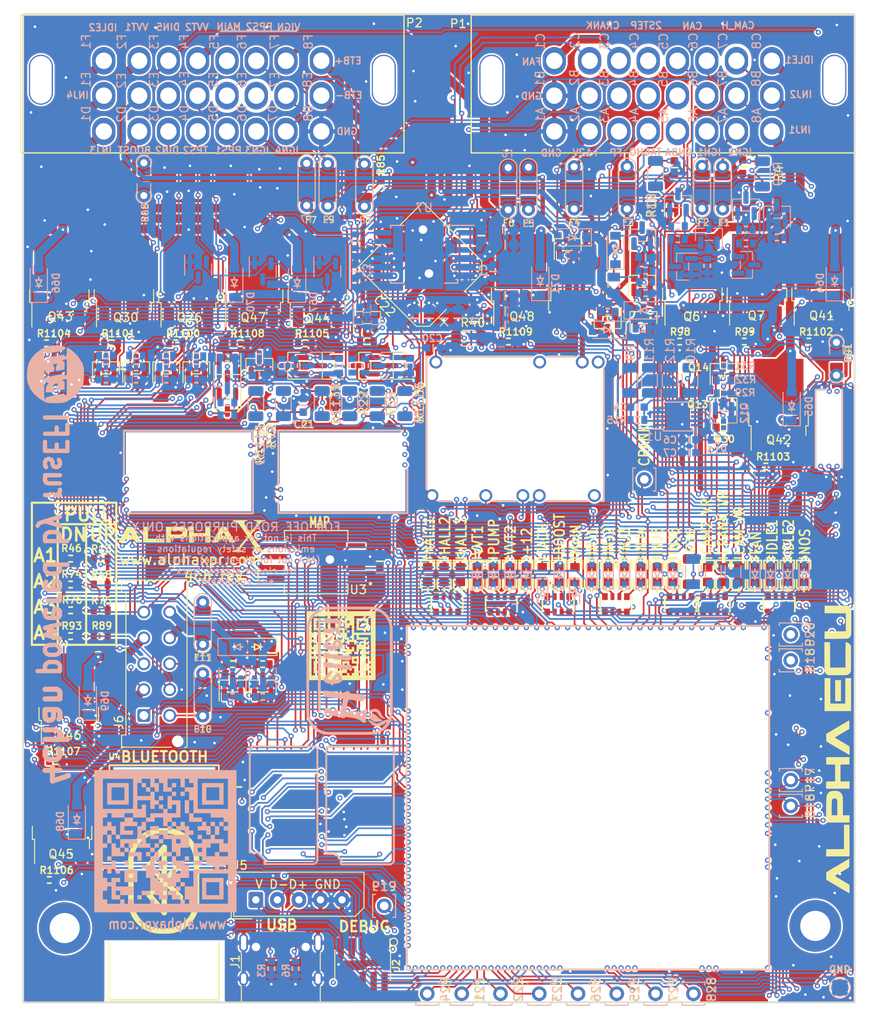
<source format=kicad_pcb>
(kicad_pcb (version 20221018) (generator pcbnew)

  (general
    (thickness 1.6)
  )

  (paper "A")
  (title_block
    (title "alpha4ch")
    (date "2023-03-19")
    (rev "i")
  )

  (layers
    (0 "F.Cu" signal)
    (1 "In1.Cu" signal)
    (2 "In2.Cu" signal)
    (31 "B.Cu" signal)
    (32 "B.Adhes" user "B.Adhesive")
    (33 "F.Adhes" user "F.Adhesive")
    (34 "B.Paste" user)
    (35 "F.Paste" user)
    (36 "B.SilkS" user "B.Silkscreen")
    (37 "F.SilkS" user "F.Silkscreen")
    (38 "B.Mask" user)
    (39 "F.Mask" user)
    (40 "Dwgs.User" user "User.Drawings")
    (41 "Cmts.User" user "User.Comments")
    (42 "Eco1.User" user "User.Eco1")
    (43 "Eco2.User" user "User.Eco2")
    (44 "Edge.Cuts" user)
    (45 "Margin" user)
    (46 "B.CrtYd" user "B.Courtyard")
    (47 "F.CrtYd" user "F.Courtyard")
    (48 "B.Fab" user)
    (49 "F.Fab" user)
  )

  (setup
    (stackup
      (layer "F.SilkS" (type "Top Silk Screen"))
      (layer "F.Paste" (type "Top Solder Paste"))
      (layer "F.Mask" (type "Top Solder Mask") (color "Green") (thickness 0.01))
      (layer "F.Cu" (type "copper") (thickness 0.035))
      (layer "dielectric 1" (type "core") (thickness 0.35) (material "FR4") (epsilon_r 4.5) (loss_tangent 0.02))
      (layer "In1.Cu" (type "copper") (thickness 0.018))
      (layer "dielectric 2" (type "prepreg") (thickness 0.774) (material "FR4") (epsilon_r 4.5) (loss_tangent 0.02))
      (layer "In2.Cu" (type "copper") (thickness 0.018))
      (layer "dielectric 3" (type "core") (thickness 0.35) (material "FR4") (epsilon_r 4.5) (loss_tangent 0.02))
      (layer "B.Cu" (type "copper") (thickness 0.035))
      (layer "B.Mask" (type "Bottom Solder Mask") (color "Green") (thickness 0.01))
      (layer "B.Paste" (type "Bottom Solder Paste"))
      (layer "B.SilkS" (type "Bottom Silk Screen"))
      (copper_finish "None")
      (dielectric_constraints no)
    )
    (pad_to_mask_clearance 0)
    (aux_axis_origin 21.1 170.7)
    (pcbplotparams
      (layerselection 0x00310fc_ffffffff)
      (plot_on_all_layers_selection 0x0000000_00000000)
      (disableapertmacros true)
      (usegerberextensions true)
      (usegerberattributes false)
      (usegerberadvancedattributes true)
      (creategerberjobfile false)
      (dashed_line_dash_ratio 12.000000)
      (dashed_line_gap_ratio 3.000000)
      (svgprecision 6)
      (plotframeref false)
      (viasonmask false)
      (mode 1)
      (useauxorigin true)
      (hpglpennumber 1)
      (hpglpenspeed 20)
      (hpglpendiameter 15.000000)
      (dxfpolygonmode true)
      (dxfimperialunits true)
      (dxfusepcbnewfont true)
      (psnegative false)
      (psa4output false)
      (plotreference true)
      (plotvalue false)
      (plotinvisibletext false)
      (sketchpadsonfab false)
      (subtractmaskfromsilk false)
      (outputformat 1)
      (mirror false)
      (drillshape 0)
      (scaleselection 1)
      (outputdirectory "gerber/")
    )
  )

  (net 0 "")
  (net 1 "GND")
  (net 2 "/IN_CRANK")
  (net 3 "+12V")
  (net 4 "Net-(Q21-S)")
  (net 5 "/HALL_OPT_PU/+12V_LIM")
  (net 6 "+3.3VA")
  (net 7 "Net-(D1-A)")
  (net 8 "Net-(D1-K)")
  (net 9 "Net-(D2-K)")
  (net 10 "Net-(D3-K)")
  (net 11 "+5VA")
  (net 12 "/OUT_IDLE2")
  (net 13 "Net-(D13-A)")
  (net 14 "/INJ1")
  (net 15 "/INJ2")
  (net 16 "+5V")
  (net 17 "/VIGN")
  (net 18 "/OUT_IGN1")
  (net 19 "/OUT_IGN2")
  (net 20 "/OUT_INJ2")
  (net 21 "/OUT_INJ1")
  (net 22 "/OUT_NOS")
  (net 23 "/OUT_IDLE1")
  (net 24 "/IN_CLT")
  (net 25 "/IN_IAT")
  (net 26 "/OUT_FAN_RELAY")
  (net 27 "/OUT_TACH")
  (net 28 "/CRANK_N_PULLUP")
  (net 29 "Net-(D14-A)")
  (net 30 "Net-(D15-A)")
  (net 31 "Net-(D16-A)")
  (net 32 "/A7")
  (net 33 "+12V_RAW")
  (net 34 "/A6")
  (net 35 "/CAN-")
  (net 36 "/CAN+")
  (net 37 "/OUT_PUMP_RELAY")
  (net 38 "/A4")
  (net 39 "/A3")
  (net 40 "/A2")
  (net 41 "Net-(D10-A)")
  (net 42 "/OUT_IGN3")
  (net 43 "Net-(D17-A)")
  (net 44 "/IN_CRANK-")
  (net 45 "/IN_CRANK+")
  (net 46 "Net-(D20-K)")
  (net 47 "unconnected-(D25-Pad2)")
  (net 48 "Net-(D26-A)")
  (net 49 "Net-(D26-K)")
  (net 50 "/OUT_IGN4")
  (net 51 "unconnected-(D28-Pad2)")
  (net 52 "unconnected-(D29-Pad3)")
  (net 53 "Net-(D33-A)")
  (net 54 "Net-(D34-A)")
  (net 55 "GNDA")
  (net 56 "Net-(D35-A)")
  (net 57 "Net-(D36-A)")
  (net 58 "Net-(D37-K)")
  (net 59 "/IN_AFR")
  (net 60 "/IN_CAM_VR")
  (net 61 "Net-(D38-A)")
  (net 62 "Net-(D38-K)")
  (net 63 "Net-(D39-A)")
  (net 64 "/HALL3")
  (net 65 "Net-(D40-A)")
  (net 66 "/OUT_BOOST")
  (net 67 "Net-(D41-K)")
  (net 68 "/OUT_VVT1")
  (net 69 "Net-(D42-K)")
  (net 70 "/OUT_VVT2")
  (net 71 "/OUT_HS1")
  (net 72 "/IN_KNOCK")
  (net 73 "/OUT_HS2")
  (net 74 "/OUT_INJ5")
  (net 75 "/OUT_INJ6")
  (net 76 "/IN_MAP2")
  (net 77 "/OUT_INJ4")
  (net 78 "/MCU/VBUS")
  (net 79 "Net-(J1-CC1)")
  (net 80 "/OUT_MAIN")
  (net 81 "/MCU/USB+")
  (net 82 "/TACH_PULLUP")
  (net 83 "/MCU/USB-")
  (net 84 "/F5")
  (net 85 "/CRANK_P_PULLUP")
  (net 86 "/D7")
  (net 87 "/FAN_RELAY")
  (net 88 "/PUMP_RELAY")
  (net 89 "/TACH")
  (net 90 "/D6")
  (net 91 "/IN_VIGN")
  (net 92 "/THRESHOLD_VR_CM")
  (net 93 "/HALL1")
  (net 94 "/VR_ANALOG_CM")
  (net 95 "/IN_CAM_VR-")
  (net 96 "/IN_CAM_VR+")
  (net 97 "unconnected-(J1-SBU1-PadA8)")
  (net 98 "Net-(J1-CC2)")
  (net 99 "unconnected-(J1-SBU2-PadB8)")
  (net 100 "/HALL2")
  (net 101 "/TLS115_PG")
  (net 102 "/MCU/NRESET")
  (net 103 "unconnected-(J2-Pin_8-Pad8)")
  (net 104 "unconnected-(J2-Pin_7-Pad7)")
  (net 105 "Net-(D24-K)")
  (net 106 "/OUT_INJ3")
  (net 107 "Net-(D53-K)")
  (net 108 "unconnected-(R26-Pad5)")
  (net 109 "unconnected-(R26-Pad6)")
  (net 110 "unconnected-(U7-SO-Pad3)")
  (net 111 "Net-(R22-Pad1)")
  (net 112 "/MCU/SWO")
  (net 113 "/MCU/SWCLK")
  (net 114 "Net-(R35-Pad1)")
  (net 115 "unconnected-(U3-Pad1)")
  (net 116 "/MCU/SWDIO")
  (net 117 "+3.3V")
  (net 118 "/TEMP_PULLUP")
  (net 119 "/AIN1")
  (net 120 "/AIN2")
  (net 121 "/AIN3")
  (net 122 "/OUT_IGN5")
  (net 123 "/AIN4")
  (net 124 "/OUT_IGN6")
  (net 125 "/PWR_EN")
  (net 126 "unconnected-(J7-Pin_1-Pad1)")
  (net 127 "unconnected-(J8-Pin_1-Pad1)")
  (net 128 "unconnected-(M1-VBAT-PadE1)")
  (net 129 "/MCU_BOOST")
  (net 130 "+5VAS")
  (net 131 "/MCU_IDLE2")
  (net 132 "/IN_D2")
  (net 133 "/IN_D3")
  (net 134 "/IN_D4")
  (net 135 "/IN_D5")
  (net 136 "/IN_TPS1")
  (net 137 "/IN_TPS2")
  (net 138 "/IN_PPS2")
  (net 139 "/IN_FLEX")
  (net 140 "/IN_PPS1")
  (net 141 "/NOS")
  (net 142 "/MAIN")
  (net 143 "/CAM_VR_PULLUP")
  (net 144 "/ETB_PWM")
  (net 145 "/BOOST")
  (net 146 "/IDLE2")
  (net 147 "/THRESHOLD_VR_CR")
  (net 148 "/VVT1")
  (net 149 "/IDLE1")
  (net 150 "/VVT2")
  (net 151 "/INJ3")
  (net 152 "/INJ4")
  (net 153 "/D2_PULLDOWN")
  (net 154 "/D3_PULLDOWN")
  (net 155 "/D4_PULLDOWN")
  (net 156 "/D5_PULLDOWN")
  (net 157 "/ETB_DIR")
  (net 158 "/ETB_DIS")
  (net 159 "/VR_ANALOG_CR")
  (net 160 "/F3")
  (net 161 "/MCU_IDLE1")
  (net 162 "/MCU_FAN_RELAY")
  (net 163 "/MCU_INJ4")
  (net 164 "/MCU_INJ3")
  (net 165 "/MCU_INJ2")
  (net 166 "/MCU_INJ1")
  (net 167 "unconnected-(R49-Pad5)")
  (net 168 "/OUT_ETB+")
  (net 169 "/OUT_ETB-")
  (net 170 "Net-(R72-Pad1)")
  (net 171 "unconnected-(R49-Pad4)")
  (net 172 "/IN_KNOCK_RAW")
  (net 173 "unconnected-(U3-Pad5)")
  (net 174 "unconnected-(U3-Pad6)")
  (net 175 "unconnected-(U3-Pad7)")
  (net 176 "unconnected-(U3-Pad8)")
  (net 177 "unconnected-(M6-OUT_IGN8-PadS1)")
  (net 178 "unconnected-(M6-OUT_IGN7-PadS2)")
  (net 179 "unconnected-(M6-OUT_IGN6-PadS3)")
  (net 180 "unconnected-(M6-OUT_IGN5-PadS4)")
  (net 181 "unconnected-(M6-OUT_IGN4-PadS5)")
  (net 182 "unconnected-(M6-OUT_IGN3-PadS6)")
  (net 183 "/INJ6")
  (net 184 "/INJ5")
  (net 185 "/MCU_INJ6")
  (net 186 "/MCU_INJ5")
  (net 187 "unconnected-(M4-SPI2_MISO-PadE2)")
  (net 188 "unconnected-(M4-SPI2_MOSI-PadE3)")
  (net 189 "Net-(M4-OUT_IO3)")
  (net 190 "unconnected-(M4-IO6-PadE35)")
  (net 191 "/HS/IN1")
  (net 192 "/HS/IN2")
  (net 193 "unconnected-(M4-USBID-PadN1)")
  (net 194 "unconnected-(M4-BOOT0-PadN5)")
  (net 195 "Net-(M4-SPI3_CS)")
  (net 196 "Net-(M4-SPI3_SCK)")
  (net 197 "Net-(M4-SPI3_MISO)")
  (net 198 "Net-(M4-SPI3_MOSI)")
  (net 199 "Net-(M4-I2C_SCL)")
  (net 200 "Net-(M4-I2C_SDA)")
  (net 201 "unconnected-(M4-IO5-PadN23)")
  (net 202 "/MCU/UART_TX")
  (net 203 "/MCU/UART_RX")
  (net 204 "Net-(M4-UART8_RX)")
  (net 205 "Net-(M4-UART8_TX)")
  (net 206 "unconnected-(M4-VBAT-PadN27)")
  (net 207 "unconnected-(M4-V5A_SWITCHABLE-PadN30)")
  (net 208 "unconnected-(M4-V33-PadN32)")
  (net 209 "/IN_MAP")
  (net 210 "unconnected-(M4-VREF2-PadS5)")
  (net 211 "unconnected-(M4-IN_O2S-PadS16)")
  (net 212 "/VREF")
  (net 213 "Net-(M4-IN_AT1)")
  (net 214 "Net-(Q1-D)")
  (net 215 "Net-(Q2-G)")
  (net 216 "Net-(Q3-D)")
  (net 217 "Net-(U1-IN-)")
  (net 218 "Net-(Q8-D)")
  (net 219 "Net-(Q9-D)")
  (net 220 "Net-(Q12-D)")
  (net 221 "Net-(Q13-D)")
  (net 222 "Net-(Q14-D)")
  (net 223 "Net-(U1-IN+)")
  (net 224 "Net-(Q16-G)")
  (net 225 "Net-(Q20-D)")
  (net 226 "Net-(Q21-G)")
  (net 227 "Net-(Q22-D)")
  (net 228 "Net-(Q23-D)")
  (net 229 "Net-(Q35-S)")
  (net 230 "Net-(Q35-G)")
  (net 231 "Net-(Q49-G)")
  (net 232 "Net-(Q49-S)")
  (net 233 "Net-(Q51-D)")
  (net 234 "Net-(Q52-G)")
  (net 235 "Net-(Q52-S)")
  (net 236 "Net-(D18-COM)")
  (net 237 "Net-(R1126-Pad1)")
  (net 238 "Net-(R1135-Pad1)")
  (net 239 "Net-(R1139-Pad1)")
  (net 240 "unconnected-(U4-IO2-Pad6)")
  (net 241 "unconnected-(U4-IO1-Pad5)")
  (net 242 "Net-(J6-Pin_6)")
  (net 243 "Net-(J6-Pin_8)")
  (net 244 "+12V_ETB")
  (net 245 "Net-(M4-IN_AT2)")
  (net 246 "unconnected-(M4-V33_REF-PadW3)")
  (net 247 "Net-(D19-COM)")
  (net 248 "Net-(D23-COM)")
  (net 249 "Net-(D55-COM)")
  (net 250 "Net-(D58-COM)")
  (net 251 "unconnected-(M4-SPI2_SCK{slash}CAN2_TX-PadE1)")
  (net 252 "unconnected-(M4-SPI2_CS{slash}CAN2_RX-PadE4)")
  (net 253 "/2STEP_PULLUP")
  (net 254 "/CAM_PULLUP")
  (net 255 "Net-(Q18-G)")
  (net 256 "Net-(Q18-S)")
  (net 257 "Net-(Q25-G)")
  (net 258 "Net-(Q25-S)")
  (net 259 "Net-(Q29-D)")
  (net 260 "Net-(Q31-D)")
  (net 261 "Net-(R19-Pad2)")
  (net 262 "Net-(R11-Pad2)")
  (net 263 "Net-(R10-Pad1)")
  (net 264 "Net-(R18-Pad1)")
  (net 265 "unconnected-(U1-NC-Pad3)")
  (net 266 "unconnected-(U1-EXT-Pad8)")
  (net 267 "unconnected-(R1-Pad8)")
  (net 268 "Net-(R21-Pad1)")
  (net 269 "Net-(R36-Pad1)")
  (net 270 "/IN_CAM_HALL")
  (net 271 "/IN_2STEP")
  (net 272 "/IN_2STEP_CAM2_VR-")
  (net 273 "/IN_CAM_HALL_CAM2_VR+")
  (net 274 "/CAM2_VR")
  (net 275 "Net-(D4-A)")
  (net 276 "unconnected-(U4-EN-Pad15)")
  (net 277 "unconnected-(U4-ALED-Pad16)")
  (net 278 "unconnected-(U4-STAT-Pad17)")

  (footprint "hellen-one-common:PAD-TH" (layer "F.Cu") (at 110.2 131 -90))

  (footprint "hellen-one-common:PAD-1206-PAD" (layer "F.Cu") (at 41.94 135 90))

  (footprint "hellen-one-common:LED-0603" (layer "F.Cu") (at 100.6 121.1 -90))

  (footprint "hellen-one-common:R0603-4" (layer "F.Cu") (at 108.849998 124.499999 90))

  (footprint "hellen-one-common:LED-0603" (layer "F.Cu") (at 71.9 121.1 -90))

  (footprint "hellen-one-common:PAD-TH" (layer "F.Cu") (at 81 169.7 -90))

  (footprint "Capacitor_SMD:CP_Elec_10x10.5" (layer "F.Cu") (at 67.5 85.4 135))

  (footprint "Resistor_SMD:R_1206_3216Metric" (layer "F.Cu") (at 65.4 101.2 -90))

  (footprint "hellen-one-common:R0603" (layer "F.Cu") (at 53.8 94.2))

  (footprint "Resistor_SMD:R_1206_3216Metric" (layer "F.Cu") (at 94.5 74.5 90))

  (footprint "hellen-one-common:R0603" (layer "F.Cu") (at 26.6 128.2))

  (footprint "MountingHole:MountingHole_4.5mm_Pad" (layer "F.Cu") (at 25.903 162.081))

  (footprint "hellen-one-common:LED-0603" (layer "F.Cu") (at 68.1 121.1 -90))

  (footprint "hellen-one-common:DPAK" (layer "F.Cu") (at 47.78 88.1 90))

  (footprint "Connector_Molex:Molex_SPOX_5267-05A_1x05_P2.50mm_Vertical" (layer "F.Cu") (at 48.1 158.8))

  (footprint "hellen-one-common:PAD-1206-PAD" (layer "F.Cu") (at 85.05 76.15 -90))

  (footprint "hellen-one-common:SOT-23" (layer "F.Cu") (at 102.4 101.3 90))

  (footprint "hellen-one-common:PAD-0805-PAD" (layer "F.Cu") (at 115.5 96 90))

  (footprint "hellen-one-common:R0603" (layer "F.Cu") (at 97.3 94))

  (footprint "hellen-one-common:SOT-23" (layer "F.Cu") (at 64.8 96.8 180))

  (footprint "hellen-one-common:LED-0603" (layer "F.Cu") (at 87.1 121.1 -90))

  (footprint "Package_TO_SOT_SMD:SOT-23" (layer "F.Cu") (at 105 78.2 90))

  (footprint "hellen-one-common:R0603" (layer "F.Cu") (at 112.3 94))

  (footprint "hellen-one-common:DPAK" (layer "F.Cu") (at 78.9 87.9 90))

  (footprint "hellen-one-common:R0603-4" (layer "F.Cu") (at 83.2 124.5 90))

  (footprint "hellen-one-common:SOT-23" (layer "F.Cu") (at 48.509999 96.7 90))

  (footprint "kicad6-libraries:33311-24AW-2" (layer "F.Cu") (at 30.45 69.6))

  (footprint "hellen-one-common:PAD-TH" (layer "F.Cu") (at 63 159.5))

  (footprint "hellen-one-common:R0603" (layer "F.Cu") (at 46.3 94.2))

  (footprint "hellen-one-common:SOT-23" (layer "F.Cu") (at 56.5625 96.8 180))

  (footprint "hellen-one-common:PAD-TH" (layer "F.Cu") (at 85.5 169.7 -90))

  (footprint "Connector_USB:USB_C_Receptacle_XKB_U262-16XN-4BVC11" (layer "F.Cu") (at 51 166.885))

  (footprint "hellen-one-common:R0603" (layer "F.Cu") (at 61 93.9625))

  (footprint "hellen-one-common:PAD-TH" (layer "F.Cu") (at 110.2 147.9 -90))

  (footprint "Package_TO_SOT_SMD:SOT-23" (layer "F.Cu") (at 97.1 77.8 90))

  (footprint "hellen-one-common:DPAK" (layer "F.Cu") (at 25.6 150.4 90))

  (footprint "hellen-one-common:PAD-TH" (layer "F.Cu") (at 72 169.7 -90))

  (footprint "hellen-one-common:SOT-23" (layer "F.Cu") (at 37.7 97.1 90))

  (footprint "hellen-one-common:SOT-23" (layer "F.Cu") (at 48.9 134.042419 90))

  (footprint "hellen-one-common:R0603" (layer "F.Cu") (at 102.4 104))

  (footprint "hellen-one-common:R0603" (layer "F.Cu") (at 31.3 94.2))

  (footprint "hellen-one-common:C0603" (layer "F.Cu") (at 96.7 73.8 90))

  (footprint "hellen-one-common:LED-0603" (layer "F.Cu") (at 90.9 121.1 -90))

  (footprint "hellen-one-common:LED-0603" (layer "F.Cu") (at 73.8 121.1 -90))

  (footprint "hellen-one-common:R0603" (layer "F.Cu") (at 26.6 122.2))

  (footprint "hellen-one-common:LED-0603" (layer "F.Cu") (at 92.8 121.1 -90))

  (footprint "hellen-one-common:PAD-TH" (layer "F.Cu") (at 68 169.7 -90))

  (footprint "hellen-one-common:PAD-TH" (layer "F.Cu") (at 98.9 169.7 -90))

  (footprint "hellen-one-common:C0603" (layer "F.Cu") (at 53.6 101.4 -90))

  (footprint "hellen-one-common:LED-0603" (layer "F.Cu") (at 104.2 121.1 -90))

  (footprint "hellen-one-common:LED-0603" (layer "F.Cu")
    (tstamp 66ac4248-8160-409c-878a-2de8210e42fd)
    (at 81.4 121.1 -90)
    (property "LCSC" "C2286")
    (property "Sheetfile" "alphax_4ch.kicad_sch")
    (property "Sheetname" "")
    (path "/631ca7b2-c0eb-45c6-b30a-38cc96578e09")
    (fp_text reference "D9" (at 2.05631 0.025006 -90 unlocked) (layer "F.SilkS") hide
        (effects (font (size 0.800001 0.800001) (thickness 0.17)) (justify left bottom))
      (tstamp 99149b8a-5022-43d8-917e-756b5a4d0a14)
    )
    (fp_text value "LED-RED-0603" (at -2.876603 2.831071 -180 unlocked) (layer "F.SilkS") hide
        (effects (font (size 0.800001 0.800001) (thickness 0.17)) (justify left bottom))
      (tstamp f8db9991-b322-4ba7-b51d-dd8050a265b8)
    )
    (fp_line (start -1.975002 -0.424993) (end -1.975002 0.550004)
      (stroke (width 0.2) (type solid)) (layer "F.SilkS") (tstamp b1692069-c0ef-4f65-afbf-2f18fc392dfc))
    (fp_line (start -1.700007 -0.749999) (end -1.700007 0.850003)
      (stroke (width 0.2) (type solid)) (layer "F.SilkS") (tstamp 6b4faa47-86d5-4227-b4f8-4ba09fbfdd89))
    (fp_line (start -1.700007 -0.749999) (end -0.725005 -0.749999)
      (stroke (width 0.2) (type solid)) (layer "F.SilkS") (tstamp e7f12d26-7dbc-44d5-9d67-3a6a8f58c445))
    (fp_line (start -1.700007 0.850003) (end -0.725005 0.850003)
      (stroke (width 0.2) (type solid)) (layer "F.SilkS") (tstamp 335b2c0a-6581-450b-885d-b7f9ff06873
... [5449612 chars truncated]
</source>
